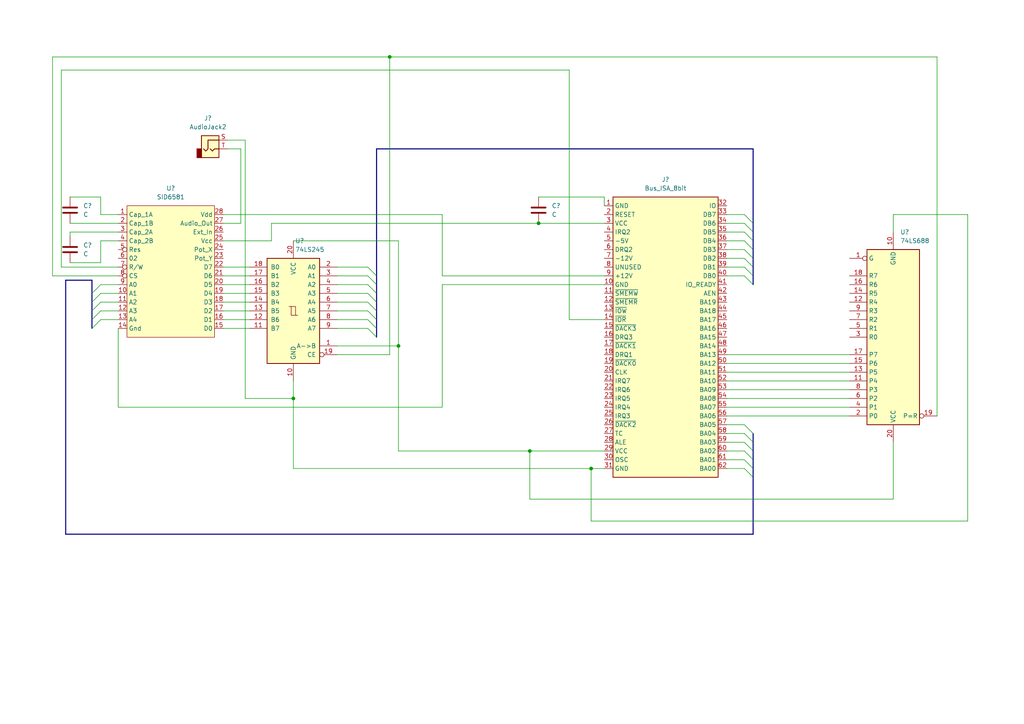
<source format=kicad_sch>
(kicad_sch (version 20211123) (generator eeschema)
  (paper "A4")
  (lib_symbols
    (symbol "74xx:74LS245" (pin_names (offset 1.016))
      (property "Reference" "U" (at -7.62 16.51 0))
      (property "Value" "74LS245" (at -7.62 -16.51 0))
      (symbol "74LS245_1_0"
        (polyline (pts (xy -0.635 -1.27) (xy -0.635 1.27) (xy 0.635 1.27)))
        (polyline (pts (xy -1.27 -1.27) (xy 0.635 -1.27) (xy 0.635 1.27) (xy 1.27 1.27)))
        (pin input line (at -12.7 -10.16 0) (length 5.08) (name "A->B") (number "1"))
        (pin power_in line (at 0 -20.32 90) (length 5.08) (name "GND") (number "10"))
        (pin tri_state line (at 12.7 -5.08 180) (length 5.08) (name "B7") (number "11"))
        (pin tri_state line (at 12.7 -2.54 180) (length 5.08) (name "B6") (number "12"))
        (pin tri_state line (at 12.7 0 180) (length 5.08) (name "B5") (number "13"))
        (pin tri_state line (at 12.7 2.54 180) (length 5.08) (name "B4") (number "14"))
        (pin tri_state line (at 12.7 5.08 180) (length 5.08) (name "B3") (number "15"))
        (pin tri_state line (at 12.7 7.62 180) (length 5.08) (name "B2") (number "16"))
        (pin tri_state line (at 12.7 10.16 180) (length 5.08) (name "B1") (number "17"))
        (pin tri_state line (at 12.7 12.7 180) (length 5.08) (name "B0") (number "18"))
        (pin input inverted (at -12.7 -12.7 0) (length 5.08) (name "CE") (number "19"))
        (pin tri_state line (at -12.7 12.7 0) (length 5.08) (name "A0") (number "2"))
        (pin power_in line (at 0 20.32 270) (length 5.08) (name "VCC") (number "20"))
        (pin tri_state line (at -12.7 10.16 0) (length 5.08) (name "A1") (number "3"))
        (pin tri_state line (at -12.7 7.62 0) (length 5.08) (name "A2") (number "4"))
        (pin tri_state line (at -12.7 5.08 0) (length 5.08) (name "A3") (number "5"))
        (pin tri_state line (at -12.7 2.54 0) (length 5.08) (name "A4") (number "6"))
        (pin tri_state line (at -12.7 0 0) (length 5.08) (name "A5") (number "7"))
        (pin tri_state line (at -12.7 -2.54 0) (length 5.08) (name "A6") (number "8"))
        (pin tri_state line (at -12.7 -5.08 0) (length 5.08) (name "A7") (number "9"))
      )
      (symbol "74LS245_1_1"
        (rectangle (start -7.62 15.24) (end 7.62 -15.24) (stroke (width 0.254)) (fill (type background)))
      )
    )
    (symbol "74xx:74LS688"
      (property "Reference" "U" (at -7.62 26.67 0))
      (property "Value" "74LS688" (at -7.62 -26.67 0))
      (symbol "74LS688_1_0"
        (pin input inverted (at -12.7 -22.86 0) (length 5.08) (name "G") (number "1"))
        (pin power_in line (at 0 -30.48 90) (length 5.08) (name "GND") (number "10"))
        (pin input line (at -12.7 12.7 0) (length 5.08) (name "P4") (number "11"))
        (pin input line (at -12.7 -10.16 0) (length 5.08) (name "R4") (number "12"))
        (pin input line (at -12.7 10.16 0) (length 5.08) (name "P5") (number "13"))
        (pin input line (at -12.7 -12.7 0) (length 5.08) (name "R5") (number "14"))
        (pin input line (at -12.7 7.62 0) (length 5.08) (name "P6") (number "15"))
        (pin input line (at -12.7 -15.24 0) (length 5.08) (name "R6") (number "16"))
        (pin input line (at -12.7 5.08 0) (length 5.08) (name "P7") (number "17"))
        (pin input line (at -12.7 -17.78 0) (length 5.08) (name "R7") (number "18"))
        (pin output inverted (at 12.7 22.86 180) (length 5.08) (name "P=R") (number "19"))
        (pin input line (at -12.7 22.86 0) (length 5.08) (name "P0") (number "2"))
        (pin power_in line (at 0 30.48 270) (length 5.08) (name "VCC") (number "20"))
        (pin input line (at -12.7 0 0) (length 5.08) (name "R0") (number "3"))
        (pin input line (at -12.7 20.32 0) (length 5.08) (name "P1") (number "4"))
        (pin input line (at -12.7 -2.54 0) (length 5.08) (name "R1") (number "5"))
        (pin input line (at -12.7 17.78 0) (length 5.08) (name "P2") (number "6"))
        (pin input line (at -12.7 -5.08 0) (length 5.08) (name "R2") (number "7"))
        (pin input line (at -12.7 15.24 0) (length 5.08) (name "P3") (number "8"))
        (pin input line (at -12.7 -7.62 0) (length 5.08) (name "R3") (number "9"))
      )
      (symbol "74LS688_1_1"
        (rectangle (start -7.62 25.4) (end 7.62 -25.4) (stroke (width 0.254)) (fill (type background)))
      )
    )
    (symbol "Commodore:SID6581"
      (property "Reference" "U" (at 0 45.72 0))
      (property "Value" "SID6581" (at 0 43.18 0))
      (symbol "SID6581_0_1"
        (rectangle (start -12.7 40.64) (end 12.7 2.54) (fill (type background)))
      )
      (symbol "SID6581_1_1"
        (pin output line (at -15.24 38.1 0) (length 2.54) (name "Cap_1A") (number "1"))
        (pin input line (at -15.24 15.24 0) (length 2.54) (name "A1") (number "10"))
        (pin input line (at -15.24 12.7 0) (length 2.54) (name "A2") (number "11"))
        (pin input line (at -15.24 10.16 0) (length 2.54) (name "A3") (number "12"))
        (pin input line (at -15.24 7.62 0) (length 2.54) (name "A4") (number "13"))
        (pin power_out line (at -15.24 5.08 0) (length 2.54) (name "Gnd") (number "14"))
        (pin input line (at 15.24 5.08 180) (length 2.54) (name "D0") (number "15"))
        (pin input line (at 15.24 7.62 180) (length 2.54) (name "D1") (number "16"))
        (pin input line (at 15.24 10.16 180) (length 2.54) (name "D2") (number "17"))
        (pin input line (at 15.24 12.7 180) (length 2.54) (name "D3") (number "18"))
        (pin input line (at 15.24 15.24 180) (length 2.54) (name "D4") (number "19"))
        (pin input line (at -15.24 35.56 0) (length 2.54) (name "Cap_1B") (number "2"))
        (pin input line (at 15.24 17.78 180) (length 2.54) (name "D5") (number "20"))
        (pin input line (at 15.24 20.32 180) (length 2.54) (name "D6") (number "21"))
        (pin input line (at 15.24 22.86 180) (length 2.54) (name "D7") (number "22"))
        (pin input line (at 15.24 25.4 180) (length 2.54) (name "Pot_Y") (number "23"))
        (pin input line (at 15.24 27.94 180) (length 2.54) (name "Pot_X") (number "24"))
        (pin power_in line (at 15.24 30.48 180) (length 2.54) (name "Vcc") (number "25"))
        (pin input line (at 15.24 33.02 180) (length 2.54) (name "Ext_In") (number "26"))
        (pin output line (at 15.24 35.56 180) (length 2.54) (name "Audio_Out") (number "27"))
        (pin power_in line (at 15.24 38.1 180) (length 2.54) (name "Vdd") (number "28"))
        (pin output line (at -15.24 33.02 0) (length 2.54) (name "Cap_2A") (number "3"))
        (pin input line (at -15.24 30.48 0) (length 2.54) (name "Cap_2B") (number "4"))
        (pin input inverted (at -15.24 27.94 0) (length 2.54) (name "Res") (number "5"))
        (pin input line (at -15.24 25.4 0) (length 2.54) (name "02") (number "6"))
        (pin input inverted (at -15.24 22.86 0) (length 2.54) (name "R/W") (number "7"))
        (pin input inverted (at -15.24 20.32 0) (length 2.54) (name "CS") (number "8"))
        (pin input line (at -15.24 17.78 0) (length 2.54) (name "A0") (number "9"))
      )
    )
    (symbol "Connector:AudioJack2"
      (property "Reference" "J" (at 0 8.89 0))
      (property "Value" "AudioJack2" (at 0 6.35 0))
      (symbol "AudioJack2_0_1"
        (rectangle (start -3.81 0) (end -2.54 -2.54) (stroke (width 0.254)) (fill (type outline)))
        (rectangle (start -2.54 3.81) (end 2.54 -2.54) (stroke (width 0.254)) (fill (type background)))
        (polyline (pts (xy 0 0) (xy 0.635 -0.635) (xy 1.27 0) (xy 2.54 0)) (stroke (width 0.254)))
        (polyline (pts (xy 2.54 2.54) (xy -0.635 2.54) (xy -0.635 0) (xy -1.27 -0.635) (xy -1.905 0)) (stroke (width 0.254)))
      )
      (symbol "AudioJack2_1_1"
        (pin passive line (at 5.08 2.54 180) (length 2.54) (name "~") (number "S"))
        (pin passive line (at 5.08 0 180) (length 2.54) (name "~") (number "T"))
      )
    )
    (symbol "Connector:Bus_ISA_8bit"
      (property "Reference" "J" (at 0 42.545 0))
      (property "Value" "Bus_ISA_8bit" (at 0 -42.545 0))
      (symbol "Bus_ISA_8bit_0_1"
        (rectangle (start -15.24 -40.64) (end 15.24 40.64) (stroke (width 0.254)) (fill (type background)))
      )
      (symbol "Bus_ISA_8bit_1_1"
        (pin power_in line (at -17.78 38.1 0) (length 2.54) (name "GND") (number "1"))
        (pin power_in line (at -17.78 15.24 0) (length 2.54) (name "GND") (number "10"))
        (pin output line (at -17.78 12.7 0) (length 2.54) (name "~{SMEMW}") (number "11"))
        (pin output line (at -17.78 10.16 0) (length 2.54) (name "~{SMEMR}") (number "12"))
        (pin output line (at -17.78 7.62 0) (length 2.54) (name "~{IOW}") (number "13"))
        (pin output line (at -17.78 5.08 0) (length 2.54) (name "~{IOR}") (number "14"))
        (pin passive line (at -17.78 2.54 0) (length 2.54) (name "~{DACK3}") (number "15"))
        (pin passive line (at -17.78 0 0) (length 2.54) (name "DRQ3") (number "16"))
        (pin passive line (at -17.78 -2.54 0) (length 2.54) (name "~{DACK1}") (number "17"))
        (pin passive line (at -17.78 -5.08 0) (length 2.54) (name "DRQ1") (number "18"))
        (pin passive line (at -17.78 -7.62 0) (length 2.54) (name "~{DACK0}") (number "19"))
        (pin output line (at -17.78 35.56 0) (length 2.54) (name "RESET") (number "2"))
        (pin output line (at -17.78 -10.16 0) (length 2.54) (name "CLK") (number "20"))
        (pin passive line (at -17.78 -12.7 0) (length 2.54) (name "IRQ7") (number "21"))
        (pin passive line (at -17.78 -15.24 0) (length 2.54) (name "IRQ6") (number "22"))
        (pin passive line (at -17.78 -17.78 0) (length 2.54) (name "IRQ5") (number "23"))
        (pin passive line (at -17.78 -20.32 0) (length 2.54) (name "IRQ4") (number "24"))
        (pin passive line (at -17.78 -22.86 0) (length 2.54) (name "IRQ3") (number "25"))
        (pin passive line (at -17.78 -25.4 0) (length 2.54) (name "~{DACK2}") (number "26"))
        (pin passive line (at -17.78 -27.94 0) (length 2.54) (name "TC") (number "27"))
        (pin output line (at -17.78 -30.48 0) (length 2.54) (name "ALE") (number "28"))
        (pin power_in line (at -17.78 -33.02 0) (length 2.54) (name "VCC") (number "29"))
        (pin power_in line (at -17.78 33.02 0) (length 2.54) (name "VCC") (number "3"))
        (pin output line (at -17.78 -35.56 0) (length 2.54) (name "OSC") (number "30"))
        (pin power_in line (at -17.78 -38.1 0) (length 2.54) (name "GND") (number "31"))
        (pin passive line (at 17.78 38.1 180) (length 2.54) (name "IO") (number "32"))
        (pin tri_state line (at 17.78 35.56 180) (length 2.54) (name "DB7") (number "33"))
        (pin tri_state line (at 17.78 33.02 180) (length 2.54) (name "DB6") (number "34"))
        (pin tri_state line (at 17.78 30.48 180) (length 2.54) (name "DB5") (number "35"))
        (pin tri_state line (at 17.78 27.94 180) (length 2.54) (name "DB4") (number "36"))
        (pin tri_state line (at 17.78 25.4 180) (length 2.54) (name "DB3") (number "37"))
        (pin tri_state line (at 17.78 22.86 180) (length 2.54) (name "DB2") (number "38"))
        (pin tri_state line (at 17.78 20.32 180) (length 2.54) (name "DB1") (number "39"))
        (pin passive line (at -17.78 30.48 0) (length 2.54) (name "IRQ2") (number "4"))
        (pin tri_state line (at 17.78 17.78 180) (length 2.54) (name "DB0") (number "40"))
        (pin passive line (at 17.78 15.24 180) (length 2.54) (name "IO_READY") (number "41"))
        (pin output line (at 17.78 12.7 180) (length 2.54) (name "AEN") (number "42"))
        (pin tri_state line (at 17.78 10.16 180) (length 2.54) (name "BA19") (number "43"))
        (pin tri_state line (at 17.78 7.62 180) (length 2.54) (name "BA18") (number "44"))
        (pin tri_state line (at 17.78 5.08 180) (length 2.54) (name "BA17") (number "45"))
        (pin tri_state line (at 17.78 2.54 180) (length 2.54) (name "BA16") (number "46"))
        (pin tri_state line (at 17.78 0 180) (length 2.54) (name "BA15") (number "47"))
        (pin tri_state line (at 17.78 -2.54 180) (length 2.54) (name "BA14") (number "48"))
        (pin tri_state line (at 17.78 -5.08 180) (length 2.54) (name "BA13") (number "49"))
        (pin power_in line (at -17.78 27.94 0) (length 2.54) (name "-5V") (number "5"))
        (pin tri_state line (at 17.78 -7.62 180) (length 2.54) (name "BA12") (number "50"))
        (pin tri_state line (at 17.78 -10.16 180) (length 2.54) (name "BA11") (number "51"))
        (pin tri_state line (at 17.78 -12.7 180) (length 2.54) (name "BA10") (number "52"))
        (pin tri_state line (at 17.78 -15.24 180) (length 2.54) (name "BA09") (number "53"))
        (pin tri_state line (at 17.78 -17.78 180) (length 2.54) (name "BA08") (number "54"))
        (pin tri_state line (at 17.78 -20.32 180) (length 2.54) (name "BA07") (number "55"))
        (pin tri_state line (at 17.78 -22.86 180) (length 2.54) (name "BA06") (number "56"))
        (pin tri_state line (at 17.78 -25.4 180) (length 2.54) (name "BA05") (number "57"))
        (pin tri_state line (at 17.78 -27.94 180) (length 2.54) (name "BA04") (number "58"))
        (pin tri_state line (at 17.78 -30.48 180) (length 2.54) (name "BA03") (number "59"))
        (pin passive line (at -17.78 25.4 0) (length 2.54) (name "DRQ2") (number "6"))
        (pin tri_state line (at 17.78 -33.02 180) (length 2.54) (name "BA02") (number "60"))
        (pin tri_state line (at 17.78 -35.56 180) (length 2.54) (name "BA01") (number "61"))
        (pin tri_state line (at 17.78 -38.1 180) (length 2.54) (name "BA00") (number "62"))
        (pin power_in line (at -17.78 22.86 0) (length 2.54) (name "-12V") (number "7"))
        (pin passive line (at -17.78 20.32 0) (length 2.54) (name "UNUSED") (number "8"))
        (pin power_in line (at -17.78 17.78 0) (length 2.54) (name "+12V") (number "9"))
      )
    )
    (symbol "Device:C" (pin_numbers hide) (pin_names (offset 0.254))
      (property "Reference" "C" (at 0.635 2.54 0))
      (property "Value" "C" (at 0.635 -2.54 0))
      (symbol "C_0_1"
        (polyline (pts (xy -2.032 -0.762) (xy 2.032 -0.762)) (stroke (width 0.508)))
        (polyline (pts (xy -2.032 0.762) (xy 2.032 0.762)) (stroke (width 0.508)))
      )
      (symbol "C_1_1"
        (pin passive line (at 0 3.81 270) (length 2.794) (name "~") (number "1"))
        (pin passive line (at 0 -3.81 90) (length 2.794) (name "~") (number "2"))
      )
    )
  )
  (junction (at 115.57 100.33))
  (junction (at 113.03 16.51))
  (junction (at 156.21 64.77))
  (junction (at 153.67 130.81))
  (junction (at 171.45 135.89))
  (junction (at 85.09 115.57))
  (bus_entry (at 215.9 72.39) (size 2.54 2.54))
  (bus_entry (at 215.9 69.85) (size 2.54 2.54))
  (bus_entry (at 215.9 67.31) (size 2.54 2.54))
  (bus_entry (at 215.9 64.77) (size 2.54 2.54))
  (bus_entry (at 215.9 80.01) (size 2.54 2.54))
  (bus_entry (at 215.9 74.93) (size 2.54 2.54))
  (bus_entry (at 215.9 62.23) (size 2.54 2.54))
  (bus_entry (at 215.9 123.19) (size 2.54 2.54))
  (bus_entry (at 215.9 133.35) (size 2.54 2.54))
  (bus_entry (at 215.9 130.81) (size 2.54 2.54))
  (bus_entry (at 215.9 125.73) (size 2.54 2.54))
  (bus_entry (at 215.9 128.27) (size 2.54 2.54))
  (bus_entry (at 215.9 135.89) (size 2.54 2.54))
  (bus_entry (at 215.9 77.47) (size 2.54 2.54))
  (bus_entry (at 106.68 90.17) (size 2.54 2.54))
  (bus_entry (at 106.68 92.71) (size 2.54 2.54))
  (bus_entry (at 106.68 87.63) (size 2.54 2.54))
  (bus_entry (at 106.68 85.09) (size 2.54 2.54))
  (bus_entry (at 106.68 82.55) (size 2.54 2.54))
  (bus_entry (at 106.68 77.47) (size 2.54 2.54))
  (bus_entry (at 106.68 95.25) (size 2.54 2.54))
  (bus_entry (at 106.68 80.01) (size 2.54 2.54))
  (bus_entry (at 29.21 92.71) (size -2.54 2.54))
  (bus_entry (at 29.21 90.17) (size -2.54 2.54))
  (bus_entry (at 29.21 85.09) (size -2.54 2.54))
  (bus_entry (at 29.21 87.63) (size -2.54 2.54))
  (bus_entry (at 29.21 82.55) (size -2.54 2.54))
  (wire (pts (xy 210.82 120.65) (xy 246.38 120.65)))
  (bus (pts (xy 218.44 138.43) (xy 218.44 154.94)))
  (wire (pts (xy 156.21 64.77) (xy 175.26 64.77)))
  (wire (pts (xy 17.78 20.32) (xy 165.1 20.32)))
  (wire (pts (xy 64.77 69.85) (xy 78.74 69.85)))
  (bus (pts (xy 218.44 125.73) (xy 218.44 128.27)))
  (bus (pts (xy 218.44 64.77) (xy 218.44 67.31)))
  (wire (pts (xy 64.77 92.71) (xy 72.39 92.71)))
  (bus (pts (xy 26.67 81.28) (xy 19.05 81.28)))
  (wire (pts (xy 175.26 130.81) (xy 153.67 130.81)))
  (wire (pts (xy 210.82 133.35) (xy 215.9 133.35)))
  (wire (pts (xy 34.29 80.01) (xy 15.24 80.01)))
  (bus (pts (xy 109.22 43.18) (xy 109.22 80.01)))
  (bus (pts (xy 26.67 81.28) (xy 26.67 85.09)))
  (wire (pts (xy 34.29 62.23) (xy 29.21 62.23)))
  (bus (pts (xy 218.44 77.47) (xy 218.44 80.01)))
  (wire (pts (xy 78.74 69.85) (xy 78.74 64.77)))
  (wire (pts (xy 29.21 87.63) (xy 34.29 87.63)))
  (bus (pts (xy 218.44 80.01) (xy 218.44 82.55)))
  (wire (pts (xy 171.45 135.89) (xy 171.45 151.13)))
  (wire (pts (xy 78.74 64.77) (xy 156.21 64.77)))
  (wire (pts (xy 128.27 82.55) (xy 128.27 118.11)))
  (wire (pts (xy 29.21 92.71) (xy 34.29 92.71)))
  (bus (pts (xy 218.44 133.35) (xy 218.44 135.89)))
  (wire (pts (xy 29.21 62.23) (xy 29.21 57.15)))
  (wire (pts (xy 165.1 92.71) (xy 175.26 92.71)))
  (bus (pts (xy 218.44 72.39) (xy 218.44 74.93)))
  (wire (pts (xy 34.29 77.47) (xy 17.78 77.47)))
  (wire (pts (xy 71.12 40.64) (xy 71.12 115.57)))
  (wire (pts (xy 115.57 69.85) (xy 115.57 100.33)))
  (wire (pts (xy 97.79 102.87) (xy 113.03 102.87)))
  (bus (pts (xy 109.22 95.25) (xy 109.22 97.79)))
  (wire (pts (xy 97.79 85.09) (xy 106.68 85.09)))
  (wire (pts (xy 34.29 118.11) (xy 128.27 118.11)))
  (wire (pts (xy 210.82 69.85) (xy 215.9 69.85)))
  (wire (pts (xy 210.82 62.23) (xy 215.9 62.23)))
  (wire (pts (xy 271.78 16.51) (xy 271.78 120.65)))
  (bus (pts (xy 109.22 87.63) (xy 109.22 90.17)))
  (wire (pts (xy 29.21 69.85) (xy 34.29 69.85)))
  (bus (pts (xy 109.22 85.09) (xy 109.22 87.63)))
  (bus (pts (xy 109.22 43.18) (xy 218.44 43.18)))
  (wire (pts (xy 128.27 62.23) (xy 64.77 62.23)))
  (wire (pts (xy 175.26 57.15) (xy 175.26 59.69)))
  (wire (pts (xy 115.57 100.33) (xy 115.57 130.81)))
  (bus (pts (xy 26.67 85.09) (xy 26.67 87.63)))
  (wire (pts (xy 20.32 67.31) (xy 20.32 68.58)))
  (wire (pts (xy 210.82 118.11) (xy 246.38 118.11)))
  (wire (pts (xy 97.79 95.25) (xy 106.68 95.25)))
  (bus (pts (xy 19.05 154.94) (xy 218.44 154.94)))
  (wire (pts (xy 20.32 76.2) (xy 29.21 76.2)))
  (bus (pts (xy 218.44 130.81) (xy 218.44 133.35)))
  (wire (pts (xy 66.04 43.18) (xy 69.85 43.18)))
  (wire (pts (xy 15.24 16.51) (xy 113.03 16.51)))
  (wire (pts (xy 71.12 115.57) (xy 85.09 115.57)))
  (wire (pts (xy 210.82 128.27) (xy 215.9 128.27)))
  (bus (pts (xy 109.22 80.01) (xy 109.22 82.55)))
  (bus (pts (xy 26.67 92.71) (xy 26.67 95.25)))
  (wire (pts (xy 34.29 64.77) (xy 20.32 64.77)))
  (wire (pts (xy 210.82 135.89) (xy 215.9 135.89)))
  (wire (pts (xy 29.21 85.09) (xy 34.29 85.09)))
  (bus (pts (xy 218.44 135.89) (xy 218.44 138.43)))
  (wire (pts (xy 171.45 151.13) (xy 280.67 151.13)))
  (wire (pts (xy 64.77 90.17) (xy 72.39 90.17)))
  (wire (pts (xy 97.79 77.47) (xy 106.68 77.47)))
  (wire (pts (xy 259.08 128.27) (xy 259.08 144.78)))
  (wire (pts (xy 280.67 151.13) (xy 280.67 62.23)))
  (wire (pts (xy 210.82 115.57) (xy 246.38 115.57)))
  (wire (pts (xy 97.79 87.63) (xy 106.68 87.63)))
  (wire (pts (xy 113.03 16.51) (xy 271.78 16.51)))
  (wire (pts (xy 280.67 62.23) (xy 259.08 62.23)))
  (wire (pts (xy 66.04 40.64) (xy 71.12 40.64)))
  (wire (pts (xy 97.79 100.33) (xy 115.57 100.33)))
  (wire (pts (xy 153.67 130.81) (xy 153.67 144.78)))
  (bus (pts (xy 109.22 82.55) (xy 109.22 85.09)))
  (bus (pts (xy 109.22 92.71) (xy 109.22 95.25)))
  (wire (pts (xy 29.21 69.85) (xy 29.21 76.2)))
  (wire (pts (xy 210.82 64.77) (xy 215.9 64.77)))
  (wire (pts (xy 210.82 77.47) (xy 215.9 77.47)))
  (wire (pts (xy 210.82 110.49) (xy 246.38 110.49)))
  (wire (pts (xy 113.03 102.87) (xy 113.03 16.51)))
  (wire (pts (xy 34.29 67.31) (xy 20.32 67.31)))
  (wire (pts (xy 153.67 144.78) (xy 259.08 144.78)))
  (wire (pts (xy 210.82 80.01) (xy 215.9 80.01)))
  (wire (pts (xy 97.79 80.01) (xy 106.68 80.01)))
  (wire (pts (xy 97.79 82.55) (xy 106.68 82.55)))
  (wire (pts (xy 85.09 69.85) (xy 115.57 69.85)))
  (wire (pts (xy 29.21 90.17) (xy 34.29 90.17)))
  (bus (pts (xy 218.44 67.31) (xy 218.44 69.85)))
  (wire (pts (xy 210.82 130.81) (xy 215.9 130.81)))
  (wire (pts (xy 259.08 62.23) (xy 259.08 67.31)))
  (wire (pts (xy 210.82 102.87) (xy 246.38 102.87)))
  (wire (pts (xy 210.82 107.95) (xy 246.38 107.95)))
  (wire (pts (xy 210.82 74.93) (xy 215.9 74.93)))
  (wire (pts (xy 17.78 77.47) (xy 17.78 20.32)))
  (bus (pts (xy 19.05 81.28) (xy 19.05 154.94)))
  (wire (pts (xy 64.77 85.09) (xy 72.39 85.09)))
  (wire (pts (xy 156.21 57.15) (xy 175.26 57.15)))
  (wire (pts (xy 210.82 67.31) (xy 215.9 67.31)))
  (wire (pts (xy 64.77 77.47) (xy 72.39 77.47)))
  (wire (pts (xy 210.82 125.73) (xy 215.9 125.73)))
  (wire (pts (xy 175.26 82.55) (xy 128.27 82.55)))
  (wire (pts (xy 69.85 43.18) (xy 69.85 64.77)))
  (wire (pts (xy 34.29 95.25) (xy 34.29 118.11)))
  (wire (pts (xy 165.1 20.32) (xy 165.1 92.71)))
  (wire (pts (xy 97.79 90.17) (xy 106.68 90.17)))
  (bus (pts (xy 218.44 69.85) (xy 218.44 72.39)))
  (wire (pts (xy 171.45 135.89) (xy 85.09 135.89)))
  (wire (pts (xy 15.24 80.01) (xy 15.24 16.51)))
  (wire (pts (xy 153.67 130.81) (xy 115.57 130.81)))
  (wire (pts (xy 128.27 80.01) (xy 128.27 62.23)))
  (bus (pts (xy 218.44 43.18) (xy 218.44 64.77)))
  (wire (pts (xy 210.82 105.41) (xy 246.38 105.41)))
  (bus (pts (xy 218.44 128.27) (xy 218.44 130.81)))
  (wire (pts (xy 29.21 57.15) (xy 20.32 57.15)))
  (bus (pts (xy 26.67 87.63) (xy 26.67 90.17)))
  (wire (pts (xy 210.82 72.39) (xy 215.9 72.39)))
  (wire (pts (xy 97.79 92.71) (xy 106.68 92.71)))
  (wire (pts (xy 64.77 82.55) (xy 72.39 82.55)))
  (wire (pts (xy 175.26 80.01) (xy 128.27 80.01)))
  (wire (pts (xy 85.09 115.57) (xy 85.09 135.89)))
  (wire (pts (xy 175.26 135.89) (xy 171.45 135.89)))
  (wire (pts (xy 210.82 113.03) (xy 246.38 113.03)))
  (wire (pts (xy 64.77 80.01) (xy 72.39 80.01)))
  (bus (pts (xy 109.22 90.17) (xy 109.22 92.71)))
  (bus (pts (xy 26.67 90.17) (xy 26.67 92.71)))
  (wire (pts (xy 85.09 110.49) (xy 85.09 115.57)))
  (wire (pts (xy 210.82 123.19) (xy 215.9 123.19)))
  (wire (pts (xy 64.77 95.25) (xy 72.39 95.25)))
  (bus (pts (xy 218.44 74.93) (xy 218.44 77.47)))
  (wire (pts (xy 64.77 87.63) (xy 72.39 87.63)))
  (wire (pts (xy 64.77 64.77) (xy 69.85 64.77)))
  (wire (pts (xy 29.21 82.55) (xy 34.29 82.55)))
  (symbol (lib_id "74xx:74LS245") (at 85.09 90.17 0) (mirror y) (unit 1)
    (property "Reference" "U?" (at 85.6106 69.85 0) (effects (justify right)))
    (property "Value" "74LS245" (at 85.6106 72.39 0) (effects (justify right)))
    (property "Datasheet" "http://www.ti.com/lit/gpn/sn74LS245" (effects hide))
  )
  (symbol (lib_id "Device:C") (at 156.21 60.96 0) (unit 1)
    (property "Reference" "C?" (at 160.02 59.6899 0) (effects (justify left)))
    (property "Value" "C" (at 160.02 62.2299 0) (effects (justify left)))
  )
  (symbol (lib_id "Device:C") (at 20.32 72.39 0) (unit 1)
    (property "Reference" "C?" (at 24.13 71.1199 0) (effects (justify left)))
    (property "Value" "C" (at 24.13 73.6599 0) (effects (justify left)))
  )
  (symbol (lib_id "Commodore:SID6581") (at 49.53 100.33 0) (unit 1)
    (property "Reference" "U?" (at 49.53 54.61 0))
    (property "Value" "SID6581" (at 49.53 57.15 0))
    (property "Datasheet" "http://archive.6502.org/datasheets/mos_6581_sid.pdf" (effects hide))
  )
  (symbol (lib_id "74xx:74LS688") (at 259.08 97.79 0) (mirror x) (unit 1)
    (property "Reference" "U?" (at 261.0994 67.31 0) (effects (justify left)))
    (property "Value" "74LS688" (at 261.0994 69.85 0) (effects (justify left)))
    (property "Datasheet" "http://www.ti.com/lit/gpn/sn74LS688" (effects hide))
  )
  (symbol (lib_id "Device:C") (at 20.32 60.96 0) (unit 1)
    (property "Reference" "C?" (at 24.13 59.6899 0) (effects (justify left)))
    (property "Value" "C" (at 24.13 62.2299 0) (effects (justify left)))
  )
  (symbol (lib_id "Connector:Bus_ISA_8bit") (at 193.04 97.79 0) (unit 1)
    (property "Reference" "J?" (at 193.04 52.07 0))
    (property "Value" "Bus_ISA_8bit" (at 193.04 54.61 0))
    (property "Datasheet" "https://en.wikipedia.org/wiki/Industry_Standard_Architecture" (effects hide))
  )
  (symbol (lib_id "Connector:AudioJack2") (at 60.96 43.18 0) (unit 1)
    (property "Reference" "J?" (at 60.325 34.29 0))
    (property "Value" "AudioJack2" (at 60.325 36.83 0))
  )
)
</source>
